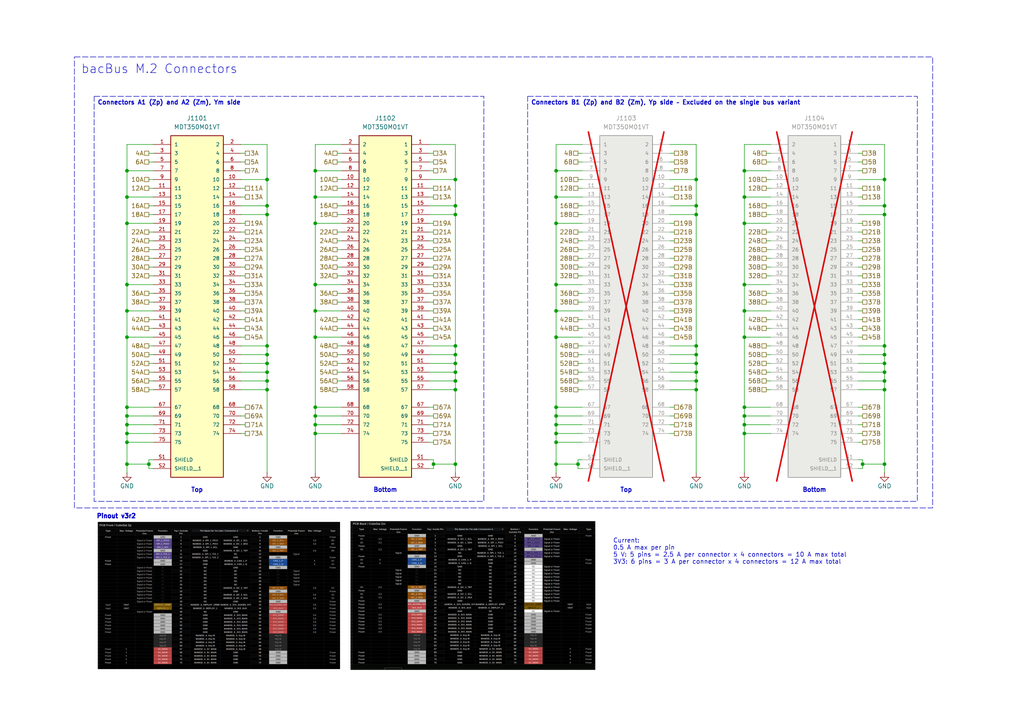
<source format=kicad_sch>
(kicad_sch (version 20231120) (generator "eeschema") (generator_version "8.0")
  (paper "A4")
  (title_block (title "bac SBC Raspberry Pi CM5 Carrier Board v1") (date "2025-03-23") (rev "1") (company "Build a CubeSat") (comment 1 "Original: P. Colangeli, respin: M. Imboden") (comment 2 "CERN-OHL-S-2.0") (comment 3 "https://buildacubesat.space") (comment 4 "Respun from \"CM5 MINIMA REV2\" by Pierluigi Colangeli") (comment 5 "https://github.com/piecol/CM5_MINIMA_REV2") (comment 6 "Thanks, Pier!"))
  (lib_symbols
    (symbol "bac EPS v1:AMP MDT350M01001VT" (pin_names (offset 1.016))
      (property "Reference" "J" (at -7.62 49.53 0))
      (property "Value" "AMP MDT350M01001VT" (at -11.176 -53.594 0))
      (symbol "AMP MDT350M01001VT_0_0"
        (rectangle (start -7.62 48.26) (end 7.62 -50.8) (stroke (width 0.254)) (fill (type background)))
        (pin passive line (at -12.7 45.72 0) (length 5.08) (name "1") (number "1"))
        (pin passive line (at 12.7 35.56 180) (length 5.08) (name "10") (number "10"))
        (pin passive line (at -12.7 33.02 0) (length 5.08) (name "11") (number "11"))
        (pin passive line (at 12.7 33.02 180) (length 5.08) (name "12") (number "12"))
        (pin passive line (at -12.7 30.48 0) (length 5.08) (name "13") (number "13"))
        (pin passive line (at 12.7 30.48 180) (length 5.08) (name "14") (number "14"))
        (pin passive line (at -12.7 27.94 0) (length 5.08) (name "15") (number "15"))
        (pin passive line (at 12.7 27.94 180) (length 5.08) (name "16") (number "16"))
        (pin passive line (at -12.7 25.4 0) (length 5.08) (name "17") (number "17"))
        (pin passive line (at 12.7 25.4 180) (length 5.08) (name "18") (number "18"))
        (pin passive line (at -12.7 22.86 0) (length 5.08) (name "19") (number "19"))
        (pin passive line (at 12.7 45.72 180) (length 5.08) (name "2") (number "2"))
        (pin passive line (at 12.7 22.86 180) (length 5.08) (name "20") (number "20"))
        (pin passive line (at -12.7 20.32 0) (length 5.08) (name "21") (number "21"))
        (pin passive line (at 12.7 20.32 180) (length 5.08) (name "22") (number "22"))
        (pin passive line (at -12.7 17.78 0) (length 5.08) (name "23") (number "23"))
        (pin passive line (at 12.7 17.78 180) (length 5.08) (name "24") (number "24"))
        (pin passive line (at -12.7 15.24 0) (length 5.08) (name "25") (number "25"))
        (pin passive line (at 12.7 15.24 180) (length 5.08) (name "26") (number "26"))
        (pin passive line (at -12.7 12.7 0) (length 5.08) (name "27") (number "27"))
        (pin passive line (at 12.7 12.7 180) (length 5.08) (name "28") (number "28"))
        (pin passive line (at -12.7 10.16 0) (length 5.08) (name "29") (number "29"))
        (pin passive line (at -12.7 43.18 0) (length 5.08) (name "3") (number "3"))
        (pin passive line (at 12.7 10.16 180) (length 5.08) (name "30") (number "30"))
        (pin passive line (at -12.7 7.62 0) (length 5.08) (name "31") (number "31"))
        (pin passive line (at 12.7 7.62 180) (length 5.08) (name "32") (number "32"))
        (pin passive line (at -12.7 5.08 0) (length 5.08) (name "33") (number "33"))
        (pin passive line (at 12.7 5.08 180) (length 5.08) (name "34") (number "34"))
        (pin passive line (at -12.7 2.54 0) (length 5.08) (name "35") (number "35"))
        (pin passive line (at 12.7 2.54 180) (length 5.08) (name "36") (number "36"))
        (pin passive line (at -12.7 0 0) (length 5.08) (name "37") (number "37"))
        (pin passive line (at 12.7 0 180) (length 5.08) (name "38") (number "38"))
        (pin passive line (at -12.7 -2.54 0) (length 5.08) (name "39") (number "39"))
        (pin passive line (at 12.7 43.18 180) (length 5.08) (name "4") (number "4"))
        (pin passive line (at 12.7 -2.54 180) (length 5.08) (name "40") (number "40"))
        (pin passive line (at -12.7 -5.08 0) (length 5.08) (name "41") (number "41"))
        (pin passive line (at 12.7 -5.08 180) (length 5.08) (name "42") (number "42"))
        (pin passive line (at -12.7 -7.62 0) (length 5.08) (name "43") (number "43"))
        (pin passive line (at 12.7 -7.62 180) (length 5.08) (name "44") (number "44"))
        (pin passive line (at -12.7 -10.16 0) (length 5.08) (name "45") (number "45"))
        (pin passive line (at 12.7 -10.16 180) (length 5.08) (name "46") (number "46"))
        (pin passive line (at -12.7 -12.7 0) (length 5.08) (name "47") (number "47"))
        (pin passive line (at 12.7 -12.7 180) (length 5.08) (name "48") (number "48"))
        (pin passive line (at -12.7 -15.24 0) (length 5.08) (name "49") (number "49"))
        (pin passive line (at -12.7 40.64 0) (length 5.08) (name "5") (number "5"))
        (pin passive line (at 12.7 -15.24 180) (length 5.08) (name "50") (number "50"))
        (pin passive line (at -12.7 -17.78 0) (length 5.08) (name "51") (number "51"))
        (pin passive line (at 12.7 -17.78 180) (length 5.08) (name "52") (number "52"))
        (pin passive line (at -12.7 -20.32 0) (length 5.08) (name "53") (number "53"))
        (pin passive line (at 12.7 -20.32 180) (length 5.08) (name "54") (number "54"))
        (pin passive line (at -12.7 -22.86 0) (length 5.08) (name "55") (number "55"))
        (pin passive line (at 12.7 -22.86 180) (length 5.08) (name "56") (number "56"))
        (pin passive line (at -12.7 -25.4 0) (length 5.08) (name "57") (number "57"))
        (pin passive line (at 12.7 -25.4 180) (length 5.08) (name "58") (number "58"))
        (pin passive line (at 12.7 40.64 180) (length 5.08) (name "6") (number "6"))
        (pin passive line (at -12.7 -30.48 0) (length 5.08) (name "67") (number "67"))
        (pin passive line (at 12.7 -30.48 180) (length 5.08) (name "68") (number "68"))
        (pin passive line (at -12.7 -33.02 0) (length 5.08) (name "69") (number "69"))
        (pin passive line (at -12.7 38.1 0) (length 5.08) (name "7") (number "7"))
        (pin passive line (at 12.7 -33.02 180) (length 5.08) (name "70") (number "70"))
        (pin passive line (at -12.7 -35.56 0) (length 5.08) (name "71") (number "71"))
        (pin passive line (at 12.7 -35.56 180) (length 5.08) (name "72") (number "72"))
        (pin passive line (at -12.7 -38.1 0) (length 5.08) (name "73") (number "73"))
        (pin passive line (at 12.7 -38.1 180) (length 5.08) (name "74") (number "74"))
        (pin passive line (at -12.7 -40.64 0) (length 5.08) (name "75") (number "75"))
        (pin passive line (at 12.7 38.1 180) (length 5.08) (name "8") (number "8"))
        (pin passive line (at -12.7 35.56 0) (length 5.08) (name "9") (number "9"))
        (pin passive line (at -12.7 -45.72 0) (length 5.08) (name "SHIELD") (number "S1"))
        (pin passive line (at -12.7 -48.26 0) (length 5.08) (name "SHIELD__1") (number "S2"))
      )
    )
    (symbol "power:GND" (power) (pin_numbers hide) (pin_names (offset 0) hide)
      (property "Value" "GND" (at 0 -3.81 0))
      (symbol "GND_0_1"
        (polyline (pts (xy 0 0) (xy 0 -1.27) (xy 1.27 -1.27) (xy 0 -2.54) (xy -1.27 -1.27) (xy 0 -1.27)))
      )
      (symbol "GND_1_1"
        (pin power_in line (at 0 0 270) (length 0) (name "~") (number "1"))
      )
    )
  )
  (junction (at 132.08 110.49))
  (junction (at 215.9 123.19))
  (junction (at 215.9 49.53))
  (junction (at 201.93 102.87))
  (junction (at 36.83 97.79))
  (junction (at 250.19 134.62))
  (junction (at 132.08 59.69))
  (junction (at 77.47 113.03))
  (junction (at 77.47 107.95))
  (junction (at 201.93 107.95))
  (junction (at 77.47 102.87))
  (junction (at 215.9 120.65))
  (junction (at 256.54 59.69))
  (junction (at 132.08 107.95))
  (junction (at 77.47 59.69))
  (junction (at 36.83 118.11))
  (junction (at 36.83 125.73))
  (junction (at 91.44 82.55))
  (junction (at 91.44 120.65))
  (junction (at 256.54 105.41))
  (junction (at 256.54 107.95))
  (junction (at 161.29 49.53))
  (junction (at 201.93 113.03))
  (junction (at 36.83 123.19))
  (junction (at 91.44 97.79))
  (junction (at 161.29 97.79))
  (junction (at 91.44 90.17))
  (junction (at 91.44 125.73))
  (junction (at 201.93 100.33))
  (junction (at 36.83 90.17))
  (junction (at 36.83 82.55))
  (junction (at 215.9 118.11))
  (junction (at 256.54 113.03))
  (junction (at 161.29 118.11))
  (junction (at 256.54 62.23))
  (junction (at 215.9 90.17))
  (junction (at 91.44 49.53))
  (junction (at 132.08 134.62))
  (junction (at 256.54 110.49))
  (junction (at 256.54 52.07))
  (junction (at 256.54 100.33))
  (junction (at 161.29 64.77))
  (junction (at 215.9 125.73))
  (junction (at 91.44 118.11))
  (junction (at 132.08 113.03))
  (junction (at 161.29 57.15))
  (junction (at 132.08 62.23))
  (junction (at 77.47 110.49))
  (junction (at 125.73 134.62))
  (junction (at 201.93 110.49))
  (junction (at 77.47 62.23))
  (junction (at 201.93 59.69))
  (junction (at 91.44 57.15))
  (junction (at 201.93 62.23))
  (junction (at 36.83 134.62))
  (junction (at 36.83 64.77))
  (junction (at 43.18 134.62))
  (junction (at 215.9 82.55))
  (junction (at 132.08 102.87))
  (junction (at 215.9 64.77))
  (junction (at 77.47 100.33))
  (junction (at 36.83 120.65))
  (junction (at 77.47 105.41))
  (junction (at 132.08 52.07))
  (junction (at 36.83 128.27))
  (junction (at 201.93 105.41))
  (junction (at 132.08 105.41))
  (junction (at 161.29 90.17))
  (junction (at 256.54 134.62))
  (junction (at 201.93 52.07))
  (junction (at 91.44 123.19))
  (junction (at 161.29 123.19))
  (junction (at 36.83 57.15))
  (junction (at 77.47 52.07))
  (junction (at 161.29 82.55))
  (junction (at 161.29 125.73))
  (junction (at 161.29 120.65))
  (junction (at 215.9 97.79))
  (junction (at 161.29 134.62))
  (junction (at 167.64 134.62))
  (junction (at 132.08 100.33))
  (junction (at 256.54 102.87))
  (junction (at 91.44 64.77))
  (junction (at 215.9 57.15))
  (junction (at 36.83 49.53))
  (junction (at 161.29 128.27))
  (wire (pts (xy 91.44 57.15) (xy 91.44 49.53)))
  (wire (pts (xy 167.64 72.39) (xy 168.91 72.39)))
  (wire (pts (xy 167.64 59.69) (xy 168.91 59.69)))
  (wire (pts (xy 125.73 44.45) (xy 124.46 44.45)))
  (wire (pts (xy 250.19 80.01) (xy 248.92 80.01)))
  (wire (pts (xy 161.29 90.17) (xy 161.29 97.79)))
  (wire (pts (xy 250.19 49.53) (xy 248.92 49.53)))
  (wire (pts (xy 167.64 113.03) (xy 168.91 113.03)))
  (wire (pts (xy 43.18 87.63) (xy 44.45 87.63)))
  (wire (pts (xy 222.25 77.47) (xy 223.52 77.47)))
  (wire (pts (xy 222.25 69.85) (xy 223.52 69.85)))
  (wire (pts (xy 43.18 69.85) (xy 44.45 69.85)))
  (wire (pts (xy 256.54 52.07) (xy 256.54 59.69)))
  (wire (pts (xy 97.79 113.03) (xy 99.06 113.03)))
  (wire (pts (xy 132.08 41.91) (xy 132.08 52.07)))
  (wire (pts (xy 125.73 120.65) (xy 124.46 120.65)))
  (wire (pts (xy 132.08 113.03) (xy 124.46 113.03)))
  (wire (pts (xy 215.9 57.15) (xy 215.9 49.53)))
  (wire (pts (xy 125.73 82.55) (xy 124.46 82.55)))
  (wire (pts (xy 71.12 97.79) (xy 69.85 97.79)))
  (wire (pts (xy 132.08 102.87) (xy 132.08 105.41)))
  (wire (pts (xy 91.44 137.16) (xy 91.44 125.73)))
  (wire (pts (xy 167.64 46.99) (xy 168.91 46.99)))
  (wire (pts (xy 167.64 85.09) (xy 168.91 85.09)))
  (wire (pts (xy 223.52 41.91) (xy 215.9 41.91)))
  (wire (pts (xy 91.44 123.19) (xy 99.06 123.19)))
  (wire (pts (xy 43.18 100.33) (xy 44.45 100.33)))
  (wire (pts (xy 250.19 97.79) (xy 248.92 97.79)))
  (wire (pts (xy 195.58 44.45) (xy 194.31 44.45)))
  (wire (pts (xy 97.79 44.45) (xy 99.06 44.45)))
  (wire (pts (xy 125.73 80.01) (xy 124.46 80.01)))
  (wire (pts (xy 215.9 125.73) (xy 223.52 125.73)))
  (wire (pts (xy 97.79 46.99) (xy 99.06 46.99)))
  (wire (pts (xy 201.93 113.03) (xy 201.93 137.16)))
  (wire (pts (xy 215.9 41.91) (xy 215.9 49.53)))
  (wire (pts (xy 43.18 44.45) (xy 44.45 44.45)))
  (wire (pts (xy 256.54 62.23) (xy 248.92 62.23)))
  (wire (pts (xy 71.12 69.85) (xy 69.85 69.85)))
  (wire (pts (xy 167.64 62.23) (xy 168.91 62.23)))
  (wire (pts (xy 71.12 92.71) (xy 69.85 92.71)))
  (wire (pts (xy 71.12 80.01) (xy 69.85 80.01)))
  (wire (pts (xy 97.79 52.07) (xy 99.06 52.07)))
  (wire (pts (xy 132.08 134.62) (xy 132.08 137.16)))
  (wire (pts (xy 201.93 110.49) (xy 201.93 113.03)))
  (wire (pts (xy 43.18 80.01) (xy 44.45 80.01)))
  (wire (pts (xy 91.44 118.11) (xy 99.06 118.11)))
  (wire (pts (xy 132.08 52.07) (xy 132.08 59.69)))
  (wire (pts (xy 71.12 74.93) (xy 69.85 74.93)))
  (wire (pts (xy 71.12 118.11) (xy 69.85 118.11)))
  (wire (pts (xy 91.44 118.11) (xy 91.44 97.79)))
  (wire (pts (xy 43.18 77.47) (xy 44.45 77.47)))
  (wire (pts (xy 167.64 133.35) (xy 167.64 134.62)))
  (wire (pts (xy 132.08 62.23) (xy 132.08 100.33)))
  (wire (pts (xy 91.44 97.79) (xy 99.06 97.79)))
  (wire (pts (xy 256.54 113.03) (xy 248.92 113.03)))
  (wire (pts (xy 215.9 125.73) (xy 215.9 123.19)))
  (wire (pts (xy 125.73 67.31) (xy 124.46 67.31)))
  (wire (pts (xy 36.83 57.15) (xy 36.83 49.53)))
  (wire (pts (xy 215.9 82.55) (xy 215.9 90.17)))
  (wire (pts (xy 201.93 105.41) (xy 201.93 107.95)))
  (wire (pts (xy 77.47 105.41) (xy 77.47 107.95)))
  (wire (pts (xy 168.91 41.91) (xy 161.29 41.91)))
  (wire (pts (xy 36.83 64.77) (xy 36.83 82.55)))
  (wire (pts (xy 125.73 72.39) (xy 124.46 72.39)))
  (wire (pts (xy 36.83 125.73) (xy 44.45 125.73)))
  (wire (pts (xy 201.93 62.23) (xy 201.93 100.33)))
  (wire (pts (xy 71.12 120.65) (xy 69.85 120.65)))
  (wire (pts (xy 201.93 62.23) (xy 194.31 62.23)))
  (wire (pts (xy 161.29 49.53) (xy 161.29 41.91)))
  (wire (pts (xy 256.54 100.33) (xy 256.54 102.87)))
  (wire (pts (xy 132.08 110.49) (xy 132.08 113.03)))
  (wire (pts (xy 77.47 41.91) (xy 77.47 52.07)))
  (wire (pts (xy 97.79 85.09) (xy 99.06 85.09)))
  (wire (pts (xy 201.93 107.95) (xy 201.93 110.49)))
  (wire (pts (xy 43.18 62.23) (xy 44.45 62.23)))
  (wire (pts (xy 167.64 107.95) (xy 168.91 107.95)))
  (wire (pts (xy 132.08 41.91) (xy 124.46 41.91)))
  (wire (pts (xy 77.47 110.49) (xy 77.47 113.03)))
  (wire (pts (xy 250.19 67.31) (xy 248.92 67.31)))
  (wire (pts (xy 71.12 125.73) (xy 69.85 125.73)))
  (wire (pts (xy 71.12 85.09) (xy 69.85 85.09)))
  (wire (pts (xy 195.58 69.85) (xy 194.31 69.85)))
  (wire (pts (xy 36.83 82.55) (xy 36.83 90.17)))
  (wire (pts (xy 97.79 69.85) (xy 99.06 69.85)))
  (wire (pts (xy 97.79 105.41) (xy 99.06 105.41)))
  (wire (pts (xy 195.58 49.53) (xy 194.31 49.53)))
  (wire (pts (xy 125.73 133.35) (xy 125.73 134.62)))
  (wire (pts (xy 167.64 102.87) (xy 168.91 102.87)))
  (wire (pts (xy 195.58 46.99) (xy 194.31 46.99)))
  (wire (pts (xy 43.18 59.69) (xy 44.45 59.69)))
  (wire (pts (xy 91.44 90.17) (xy 99.06 90.17)))
  (wire (pts (xy 97.79 77.47) (xy 99.06 77.47)))
  (wire (pts (xy 71.12 82.55) (xy 69.85 82.55)))
  (wire (pts (xy 125.73 128.27) (xy 124.46 128.27)))
  (wire (pts (xy 97.79 95.25) (xy 99.06 95.25)))
  (wire (pts (xy 222.25 105.41) (xy 223.52 105.41)))
  (wire (pts (xy 201.93 102.87) (xy 201.93 105.41)))
  (wire (pts (xy 77.47 102.87) (xy 69.85 102.87)))
  (wire (pts (xy 77.47 100.33) (xy 69.85 100.33)))
  (wire (pts (xy 256.54 107.95) (xy 248.92 107.95)))
  (wire (pts (xy 167.64 69.85) (xy 168.91 69.85)))
  (wire (pts (xy 256.54 134.62) (xy 256.54 137.16)))
  (wire (pts (xy 36.83 90.17) (xy 36.83 97.79)))
  (wire (pts (xy 132.08 107.95) (xy 124.46 107.95)))
  (wire (pts (xy 167.64 92.71) (xy 168.91 92.71)))
  (wire (pts (xy 125.73 123.19) (xy 124.46 123.19)))
  (wire (pts (xy 195.58 92.71) (xy 194.31 92.71)))
  (wire (pts (xy 43.18 46.99) (xy 44.45 46.99)))
  (wire (pts (xy 250.19 133.35) (xy 250.19 134.62)))
  (wire (pts (xy 161.29 128.27) (xy 168.91 128.27)))
  (wire (pts (xy 77.47 113.03) (xy 77.47 137.16)))
  (wire (pts (xy 36.83 97.79) (xy 36.83 118.11)))
  (wire (pts (xy 125.73 77.47) (xy 124.46 77.47)))
  (wire (pts (xy 43.18 113.03) (xy 44.45 113.03)))
  (wire (pts (xy 36.83 118.11) (xy 36.83 120.65)))
  (wire (pts (xy 97.79 100.33) (xy 99.06 100.33)))
  (wire (pts (xy 256.54 62.23) (xy 256.54 100.33)))
  (wire (pts (xy 161.29 97.79) (xy 168.91 97.79)))
  (wire (pts (xy 215.9 49.53) (xy 223.52 49.53)))
  (wire (pts (xy 195.58 74.93) (xy 194.31 74.93)))
  (wire (pts (xy 250.19 134.62) (xy 250.19 135.89)))
  (wire (pts (xy 256.54 110.49) (xy 248.92 110.49)))
  (wire (pts (xy 201.93 41.91) (xy 194.31 41.91)))
  (wire (pts (xy 256.54 41.91) (xy 256.54 52.07)))
  (wire (pts (xy 222.25 52.07) (xy 223.52 52.07)))
  (wire (pts (xy 97.79 110.49) (xy 99.06 110.49)))
  (wire (pts (xy 77.47 107.95) (xy 69.85 107.95)))
  (wire (pts (xy 222.25 87.63) (xy 223.52 87.63)))
  (wire (pts (xy 36.83 137.16) (xy 36.83 134.62)))
  (wire (pts (xy 167.64 105.41) (xy 168.91 105.41)))
  (wire (pts (xy 215.9 97.79) (xy 223.52 97.79)))
  (wire (pts (xy 132.08 110.49) (xy 124.46 110.49)))
  (wire (pts (xy 43.18 72.39) (xy 44.45 72.39)))
  (wire (pts (xy 161.29 57.15) (xy 168.91 57.15)))
  (wire (pts (xy 161.29 118.11) (xy 161.29 97.79)))
  (wire (pts (xy 97.79 87.63) (xy 99.06 87.63)))
  (wire (pts (xy 222.25 107.95) (xy 223.52 107.95)))
  (wire (pts (xy 222.25 92.71) (xy 223.52 92.71)))
  (wire (pts (xy 125.73 74.93) (xy 124.46 74.93)))
  (wire (pts (xy 91.44 57.15) (xy 99.06 57.15)))
  (wire (pts (xy 43.18 92.71) (xy 44.45 92.71)))
  (wire (pts (xy 256.54 107.95) (xy 256.54 110.49)))
  (wire (pts (xy 250.19 133.35) (xy 248.92 133.35)))
  (wire (pts (xy 215.9 123.19) (xy 215.9 120.65)))
  (wire (pts (xy 222.25 100.33) (xy 223.52 100.33)))
  (wire (pts (xy 250.19 64.77) (xy 248.92 64.77)))
  (wire (pts (xy 195.58 97.79) (xy 194.31 97.79)))
  (wire (pts (xy 250.19 90.17) (xy 248.92 90.17)))
  (wire (pts (xy 167.64 100.33) (xy 168.91 100.33)))
  (wire (pts (xy 97.79 80.01) (xy 99.06 80.01)))
  (wire (pts (xy 125.73 85.09) (xy 124.46 85.09)))
  (wire (pts (xy 71.12 87.63) (xy 69.85 87.63)))
  (wire (pts (xy 195.58 123.19) (xy 194.31 123.19)))
  (wire (pts (xy 71.12 57.15) (xy 69.85 57.15)))
  (wire (pts (xy 161.29 82.55) (xy 161.29 64.77)))
  (wire (pts (xy 167.64 74.93) (xy 168.91 74.93)))
  (wire (pts (xy 201.93 41.91) (xy 201.93 52.07)))
  (wire (pts (xy 71.12 95.25) (xy 69.85 95.25)))
  (wire (pts (xy 250.19 135.89) (xy 248.92 135.89)))
  (wire (pts (xy 77.47 102.87) (xy 77.47 105.41)))
  (wire (pts (xy 215.9 64.77) (xy 215.9 82.55)))
  (wire (pts (xy 161.29 123.19) (xy 161.29 120.65)))
  (wire (pts (xy 36.83 128.27) (xy 36.83 125.73)))
  (wire (pts (xy 91.44 82.55) (xy 91.44 64.77)))
  (wire (pts (xy 256.54 59.69) (xy 256.54 62.23)))
  (wire (pts (xy 195.58 67.31) (xy 194.31 67.31)))
  (wire (pts (xy 43.18 135.89) (xy 44.45 135.89)))
  (wire (pts (xy 161.29 134.62) (xy 161.29 128.27)))
  (wire (pts (xy 97.79 72.39) (xy 99.06 72.39)))
  (wire (pts (xy 161.29 134.62) (xy 167.64 134.62)))
  (wire (pts (xy 77.47 52.07) (xy 77.47 59.69)))
  (wire (pts (xy 195.58 120.65) (xy 194.31 120.65)))
  (wire (pts (xy 167.64 77.47) (xy 168.91 77.47)))
  (wire (pts (xy 71.12 54.61) (xy 69.85 54.61)))
  (wire (pts (xy 77.47 113.03) (xy 69.85 113.03)))
  (wire (pts (xy 124.46 118.11) (xy 125.73 118.11)))
  (wire (pts (xy 36.83 128.27) (xy 44.45 128.27)))
  (wire (pts (xy 77.47 107.95) (xy 77.47 110.49)))
  (wire (pts (xy 195.58 57.15) (xy 194.31 57.15)))
  (wire (pts (xy 195.58 90.17) (xy 194.31 90.17)))
  (wire (pts (xy 43.18 54.61) (xy 44.45 54.61)))
  (wire (pts (xy 161.29 120.65) (xy 168.91 120.65)))
  (wire (pts (xy 195.58 54.61) (xy 194.31 54.61)))
  (wire (pts (xy 195.58 95.25) (xy 194.31 95.25)))
  (wire (pts (xy 161.29 118.11) (xy 168.91 118.11)))
  (wire (pts (xy 43.18 105.41) (xy 44.45 105.41)))
  (wire (pts (xy 256.54 105.41) (xy 248.92 105.41)))
  (wire (pts (xy 161.29 128.27) (xy 161.29 125.73)))
  (wire (pts (xy 215.9 120.65) (xy 223.52 120.65)))
  (wire (pts (xy 161.29 64.77) (xy 168.91 64.77)))
  (wire (pts (xy 125.73 95.25) (xy 124.46 95.25)))
  (wire (pts (xy 77.47 59.69) (xy 77.47 62.23)))
  (wire (pts (xy 167.64 52.07) (xy 168.91 52.07)))
  (wire (pts (xy 161.29 125.73) (xy 161.29 123.19)))
  (wire (pts (xy 91.44 49.53) (xy 99.06 49.53)))
  (wire (pts (xy 222.25 72.39) (xy 223.52 72.39)))
  (wire (pts (xy 132.08 100.33) (xy 132.08 102.87)))
  (wire (pts (xy 71.12 44.45) (xy 69.85 44.45)))
  (wire (pts (xy 250.19 44.45) (xy 248.92 44.45)))
  (wire (pts (xy 250.19 57.15) (xy 248.92 57.15)))
  (wire (pts (xy 167.64 87.63) (xy 168.91 87.63)))
  (wire (pts (xy 43.18 74.93) (xy 44.45 74.93)))
  (wire (pts (xy 161.29 90.17) (xy 168.91 90.17)))
  (wire (pts (xy 132.08 107.95) (xy 132.08 110.49)))
  (wire (pts (xy 195.58 125.73) (xy 194.31 125.73)))
  (wire (pts (xy 125.73 57.15) (xy 124.46 57.15)))
  (wire (pts (xy 167.64 135.89) (xy 168.91 135.89)))
  (wire (pts (xy 97.79 62.23) (xy 99.06 62.23)))
  (wire (pts (xy 161.29 118.11) (xy 161.29 120.65)))
  (wire (pts (xy 43.18 133.35) (xy 43.18 134.62)))
  (wire (pts (xy 36.83 90.17) (xy 44.45 90.17)))
  (wire (pts (xy 167.64 133.35) (xy 168.91 133.35)))
  (wire (pts (xy 250.19 123.19) (xy 248.92 123.19)))
  (wire (pts (xy 71.12 49.53) (xy 69.85 49.53)))
  (wire (pts (xy 222.25 74.93) (xy 223.52 74.93)))
  (wire (pts (xy 43.18 85.09) (xy 44.45 85.09)))
  (wire (pts (xy 195.58 72.39) (xy 194.31 72.39)))
  (wire (pts (xy 97.79 59.69) (xy 99.06 59.69)))
  (wire (pts (xy 125.73 134.62) (xy 125.73 135.89)))
  (wire (pts (xy 201.93 59.69) (xy 201.93 62.23)))
  (wire (pts (xy 194.31 52.07) (xy 201.93 52.07)))
  (wire (pts (xy 161.29 82.55) (xy 161.29 90.17)))
  (wire (pts (xy 215.9 97.79) (xy 215.9 118.11)))
  (wire (pts (xy 215.9 90.17) (xy 215.9 97.79)))
  (wire (pts (xy 43.18 133.35) (xy 44.45 133.35)))
  (wire (pts (xy 69.85 52.07) (xy 77.47 52.07)))
  (wire (pts (xy 132.08 102.87) (xy 124.46 102.87)))
  (wire (pts (xy 215.9 137.16) (xy 215.9 125.73)))
  (wire (pts (xy 201.93 100.33) (xy 194.31 100.33)))
  (wire (pts (xy 201.93 59.69) (xy 194.31 59.69)))
  (wire (pts (xy 125.73 87.63) (xy 124.46 87.63)))
  (wire (pts (xy 215.9 118.11) (xy 215.9 120.65)))
  (wire (pts (xy 195.58 64.77) (xy 194.31 64.77)))
  (wire (pts (xy 195.58 85.09) (xy 194.31 85.09)))
  (wire (pts (xy 201.93 113.03) (xy 194.31 113.03)))
  (wire (pts (xy 256.54 113.03) (xy 256.54 134.62)))
  (wire (pts (xy 91.44 64.77) (xy 91.44 57.15)))
  (wire (pts (xy 248.92 52.07) (xy 256.54 52.07)))
  (wire (pts (xy 222.25 46.99) (xy 223.52 46.99)))
  (wire (pts (xy 132.08 105.41) (xy 124.46 105.41)))
  (wire (pts (xy 36.83 134.62) (xy 43.18 134.62)))
  (wire (pts (xy 256.54 100.33) (xy 248.92 100.33)))
  (wire (pts (xy 222.25 102.87) (xy 223.52 102.87)))
  (wire (pts (xy 97.79 54.61) (xy 99.06 54.61)))
  (wire (pts (xy 36.83 57.15) (xy 36.83 64.77)))
  (wire (pts (xy 97.79 67.31) (xy 99.06 67.31)))
  (wire (pts (xy 125.73 64.77) (xy 124.46 64.77)))
  (wire (pts (xy 91.44 82.55) (xy 99.06 82.55)))
  (wire (pts (xy 250.19 69.85) (xy 248.92 69.85)))
  (wire (pts (xy 77.47 110.49) (xy 69.85 110.49)))
  (wire (pts (xy 167.64 44.45) (xy 168.91 44.45)))
  (wire (pts (xy 71.12 72.39) (xy 69.85 72.39)))
  (wire (pts (xy 195.58 87.63) (xy 194.31 87.63)))
  (wire (pts (xy 91.44 90.17) (xy 91.44 82.55)))
  (wire (pts (xy 250.19 46.99) (xy 248.92 46.99)))
  (wire (pts (xy 125.73 54.61) (xy 124.46 54.61)))
  (wire (pts (xy 43.18 107.95) (xy 44.45 107.95)))
  (wire (pts (xy 132.08 59.69) (xy 124.46 59.69)))
  (wire (pts (xy 167.64 134.62) (xy 167.64 135.89)))
  (wire (pts (xy 250.19 128.27) (xy 248.92 128.27)))
  (wire (pts (xy 71.12 77.47) (xy 69.85 77.47)))
  (wire (pts (xy 250.19 72.39) (xy 248.92 72.39)))
  (wire (pts (xy 215.9 118.11) (xy 223.52 118.11)))
  (wire (pts (xy 250.19 125.73) (xy 248.92 125.73)))
  (wire (pts (xy 43.18 110.49) (xy 44.45 110.49)))
  (wire (pts (xy 71.12 90.17) (xy 69.85 90.17)))
  (wire (pts (xy 125.73 49.53) (xy 124.46 49.53)))
  (wire (pts (xy 201.93 105.41) (xy 194.31 105.41)))
  (wire (pts (xy 125.73 125.73) (xy 124.46 125.73)))
  (wire (pts (xy 77.47 41.91) (xy 69.85 41.91)))
  (wire (pts (xy 132.08 113.03) (xy 132.08 134.62)))
  (wire (pts (xy 250.19 82.55) (xy 248.92 82.55)))
  (wire (pts (xy 91.44 123.19) (xy 91.44 120.65)))
  (wire (pts (xy 132.08 62.23) (xy 124.46 62.23)))
  (wire (pts (xy 250.19 74.93) (xy 248.92 74.93)))
  (wire (pts (xy 222.25 85.09) (xy 223.52 85.09)))
  (wire (pts (xy 222.25 80.01) (xy 223.52 80.01)))
  (wire (pts (xy 167.64 54.61) (xy 168.91 54.61)))
  (wire (pts (xy 256.54 105.41) (xy 256.54 107.95)))
  (wire (pts (xy 161.29 57.15) (xy 161.29 64.77)))
  (wire (pts (xy 167.64 80.01) (xy 168.91 80.01)))
  (wire (pts (xy 44.45 41.91) (xy 36.83 41.91)))
  (wire (pts (xy 36.83 120.65) (xy 44.45 120.65)))
  (wire (pts (xy 43.18 67.31) (xy 44.45 67.31)))
  (wire (pts (xy 161.29 82.55) (xy 168.91 82.55)))
  (wire (pts (xy 125.73 97.79) (xy 124.46 97.79)))
  (wire (pts (xy 222.25 62.23) (xy 223.52 62.23)))
  (wire (pts (xy 36.83 49.53) (xy 44.45 49.53)))
  (wire (pts (xy 97.79 74.93) (xy 99.06 74.93)))
  (wire (pts (xy 91.44 125.73) (xy 99.06 125.73)))
  (wire (pts (xy 36.83 120.65) (xy 36.83 123.19)))
  (wire (pts (xy 125.73 133.35) (xy 124.46 133.35)))
  (wire (pts (xy 132.08 100.33) (xy 124.46 100.33)))
  (wire (pts (xy 132.08 105.41) (xy 132.08 107.95)))
  (wire (pts (xy 36.83 64.77) (xy 44.45 64.77)))
  (wire (pts (xy 161.29 137.16) (xy 161.29 134.62)))
  (wire (pts (xy 36.83 57.15) (xy 44.45 57.15)))
  (wire (pts (xy 77.47 59.69) (xy 69.85 59.69)))
  (wire (pts (xy 201.93 102.87) (xy 194.31 102.87)))
  (wire (pts (xy 201.93 110.49) (xy 194.31 110.49)))
  (wire (pts (xy 222.25 95.25) (xy 223.52 95.25)))
  (wire (pts (xy 215.9 57.15) (xy 215.9 64.77)))
  (wire (pts (xy 77.47 62.23) (xy 69.85 62.23)))
  (wire (pts (xy 97.79 102.87) (xy 99.06 102.87)))
  (wire (pts (xy 124.46 52.07) (xy 132.08 52.07)))
  (wire (pts (xy 36.83 41.91) (xy 36.83 49.53)))
  (wire (pts (xy 167.64 110.49) (xy 168.91 110.49)))
  (wire (pts (xy 250.19 92.71) (xy 248.92 92.71)))
  (wire (pts (xy 222.25 44.45) (xy 223.52 44.45)))
  (wire (pts (xy 215.9 57.15) (xy 223.52 57.15)))
  (wire (pts (xy 195.58 80.01) (xy 194.31 80.01)))
  (wire (pts (xy 91.44 123.19) (xy 91.44 125.73)))
  (wire (pts (xy 91.44 41.91) (xy 91.44 49.53)))
  (wire (pts (xy 97.79 107.95) (xy 99.06 107.95)))
  (wire (pts (xy 36.83 125.73) (xy 36.83 123.19)))
  (wire (pts (xy 167.64 95.25) (xy 168.91 95.25)))
  (wire (pts (xy 125.73 135.89) (xy 124.46 135.89)))
  (wire (pts (xy 161.29 49.53) (xy 161.29 57.15)))
  (wire (pts (xy 201.93 52.07) (xy 201.93 59.69)))
  (wire (pts (xy 91.44 120.65) (xy 99.06 120.65)))
  (wire (pts (xy 250.19 95.25) (xy 248.92 95.25)))
  (wire (pts (xy 36.83 82.55) (xy 44.45 82.55)))
  (wire (pts (xy 91.44 64.77) (xy 99.06 64.77)))
  (wire (pts (xy 250.19 118.11) (xy 248.92 118.11)))
  (wire (pts (xy 250.19 77.47) (xy 248.92 77.47)))
  (wire (pts (xy 99.06 41.91) (xy 91.44 41.91)))
  (wire (pts (xy 125.73 46.99) (xy 124.46 46.99)))
  (wire (pts (xy 215.9 64.77) (xy 223.52 64.77)))
  (wire (pts (xy 161.29 125.73) (xy 168.91 125.73)))
  (wire (pts (xy 195.58 77.47) (xy 194.31 77.47)))
  (wire (pts (xy 43.18 102.87) (xy 44.45 102.87)))
  (wire (pts (xy 195.58 82.55) (xy 194.31 82.55)))
  (wire (pts (xy 36.83 118.11) (xy 44.45 118.11)))
  (wire (pts (xy 71.12 46.99) (xy 69.85 46.99)))
  (wire (pts (xy 222.25 59.69) (xy 223.52 59.69)))
  (wire (pts (xy 91.44 118.11) (xy 91.44 120.65)))
  (wire (pts (xy 161.29 123.19) (xy 168.91 123.19)))
  (wire (pts (xy 71.12 123.19) (xy 69.85 123.19)))
  (wire (pts (xy 43.18 134.62) (xy 43.18 135.89)))
  (wire (pts (xy 132.08 134.62) (xy 125.73 134.62)))
  (wire (pts (xy 77.47 105.41) (xy 69.85 105.41)))
  (wire (pts (xy 77.47 100.33) (xy 77.47 102.87)))
  (wire (pts (xy 125.73 90.17) (xy 124.46 90.17)))
  (wire (pts (xy 256.54 41.91) (xy 248.92 41.91)))
  (wire (pts (xy 201.93 100.33) (xy 201.93 102.87)))
  (wire (pts (xy 222.25 67.31) (xy 223.52 67.31)))
  (wire (pts (xy 195.58 118.11) (xy 194.31 118.11)))
  (wire (pts (xy 91.44 90.17) (xy 91.44 97.79)))
  (wire (pts (xy 215.9 123.19) (xy 223.52 123.19)))
  (wire (pts (xy 167.64 67.31) (xy 168.91 67.31)))
  (wire (pts (xy 256.54 110.49) (xy 256.54 113.03)))
  (wire (pts (xy 71.12 67.31) (xy 69.85 67.31)))
  (wire (pts (xy 125.73 69.85) (xy 124.46 69.85)))
  (wire (pts (xy 36.83 123.19) (xy 44.45 123.19)))
  (wire (pts (xy 215.9 82.55) (xy 223.52 82.55)))
  (wire (pts (xy 71.12 64.77) (xy 69.85 64.77)))
  (wire (pts (xy 250.19 87.63) (xy 248.92 87.63)))
  (wire (pts (xy 250.19 120.65) (xy 248.92 120.65)))
  (wire (pts (xy 201.93 107.95) (xy 194.31 107.95)))
  (wire (pts (xy 256.54 102.87) (xy 256.54 105.41)))
  (wire (pts (xy 222.25 110.49) (xy 223.52 110.49)))
  (wire (pts (xy 222.25 113.03) (xy 223.52 113.03)))
  (wire (pts (xy 125.73 92.71) (xy 124.46 92.71)))
  (wire (pts (xy 36.83 134.62) (xy 36.83 128.27)))
  (wire (pts (xy 132.08 59.69) (xy 132.08 62.23)))
  (wire (pts (xy 215.9 90.17) (xy 223.52 90.17)))
  (wire (pts (xy 256.54 59.69) (xy 248.92 59.69)))
  (wire (pts (xy 250.19 85.09) (xy 248.92 85.09)))
  (wire (pts (xy 77.47 62.23) (xy 77.47 100.33)))
  (wire (pts (xy 97.79 92.71) (xy 99.06 92.71)))
  (wire (pts (xy 250.19 54.61) (xy 248.92 54.61)))
  (wire (pts (xy 222.25 54.61) (xy 223.52 54.61)))
  (wire (pts (xy 256.54 134.62) (xy 250.19 134.62)))
  (wire (pts (xy 36.83 97.79) (xy 44.45 97.79)))
  (wire (pts (xy 43.18 52.07) (xy 44.45 52.07)))
  (wire (pts (xy 43.18 95.25) (xy 44.45 95.25)))
  (wire (pts (xy 161.29 49.53) (xy 168.91 49.53)))
  (wire (pts (xy 256.54 102.87) (xy 248.92 102.87)))
  (image (at 63.5 172.72) (scale 0.611963))
  (image (at 137.16 172.72) (scale 0.61836))
  (text_box "Connectors A1 (Zp) and A2 (Zm), Ym side" (at 27.305 27.94 0) (size 113.03 117.475) (stroke (width 0) (type dash)) (effects (font (size 1.27 1.27) (thickness 0.254) (bold yes)) (justify left top)))
  (text_box "Connectors B1 (Zp) and B2 (Zm), Yp side – Excluded on the single bus variant" (at 153.035 27.94 0) (size 113.03 117.475) (stroke (width 0) (type dash)) (effects (font (size 1.27 1.27) (thickness 0.254) (bold yes)) (justify left top)))
  (text_box "bacBus M.2 Connectors" (at 21.59 16.51 0) (size 248.92 130.81) (stroke (width 0) (type dash)) (effects (font (size 2.54 2.54)) (justify left top)))
  (text "Top" (at 181.61 142.24 0) (effects (font (size 1.27 1.27) (bold yes))))
  (text "Bottom" (at 236.22 142.24 0) (effects (font (size 1.27 1.27) (bold yes))))
  (text "Current:\n0.5 A max per pin\n5 V: 5 pins = 2.5 A per connector x 4 connectors = 10 A max total\n3V3: 6 pins = 3 A per connector x 4 connectors = 12 A max total" (at 177.8 160.02 0) (effects (font (size 1.27 1.27)) (justify left)))
  (text "Top" (at 57.15 142.24 0) (effects (font (size 1.27 1.27) (bold yes))))
  (text "Bottom" (at 111.76 142.24 0) (effects (font (size 1.27 1.27) (bold yes))))
  (text "Pinout v3r2" (at 27.94 149.86 0) (effects (font (size 1.27 1.27) (thickness 0.381) (bold yes)) (justify left)))
  (hierarchical_label "23A" (shape passive) (at 71.12 69.85 0))
  (hierarchical_label "18B" (shape passive) (at 222.25 62.23 180))
  (hierarchical_label "35A" (shape passive) (at 125.73 85.09 0))
  (hierarchical_label "71A" (shape passive) (at 125.73 123.19 0))
  (hierarchical_label "4A" (shape passive) (at 43.18 44.45 180))
  (hierarchical_label "42A" (shape passive) (at 97.79 92.71 180))
  (hierarchical_label "44A" (shape passive) (at 43.18 95.25 180))
  (hierarchical_label "52A" (shape passive) (at 43.18 105.41 180))
  (hierarchical_label "30B" (shape passive) (at 222.25 77.47 180))
  (hierarchical_label "5B" (shape passive) (at 195.58 46.99 0))
  (hierarchical_label "21A" (shape passive) (at 125.73 67.31 0))
  (hierarchical_label "13B" (shape passive) (at 195.58 57.15 0))
  (hierarchical_label "33A" (shape passive) (at 71.12 82.55 0))
  (hierarchical_label "42A" (shape passive) (at 43.18 92.71 180))
  (hierarchical_label "43A" (shape passive) (at 125.73 95.25 0))
  (hierarchical_label "6B" (shape passive) (at 167.64 46.99 180))
  (hierarchical_label "38B" (shape passive) (at 222.25 87.63 180))
  (hierarchical_label "10A" (shape passive) (at 97.79 52.07 180))
  (hierarchical_label "12B" (shape passive) (at 222.25 54.61 180))
  (hierarchical_label "30B" (shape passive) (at 167.64 77.47 180))
  (hierarchical_label "7A" (shape passive) (at 71.12 49.53 0))
  (hierarchical_label "71B" (shape passive) (at 250.19 123.19 0))
  (hierarchical_label "69A" (shape passive) (at 125.73 120.65 0))
  (hierarchical_label "71B" (shape passive) (at 195.58 123.19 0))
  (hierarchical_label "42B" (shape passive) (at 167.64 92.71 180))
  (hierarchical_label "67B" (shape passive) (at 250.19 118.11 0))
  (hierarchical_label "36B" (shape passive) (at 167.64 85.09 180))
  (hierarchical_label "44B" (shape passive) (at 167.64 95.25 180))
  (hierarchical_label "39B" (shape passive) (at 195.58 90.17 0))
  (hierarchical_label "32A" (shape passive) (at 43.18 80.01 180))
  (hierarchical_label "11B" (shape passive) (at 195.58 54.61 0))
  (hierarchical_label "73A" (shape passive) (at 125.73 125.73 0))
  (hierarchical_label "39B" (shape passive) (at 250.19 90.17 0))
  (hierarchical_label "3B" (shape passive) (at 195.58 44.45 0))
  (hierarchical_label "3A" (shape passive) (at 71.12 44.45 0))
  (hierarchical_label "37A" (shape passive) (at 71.12 87.63 0))
  (hierarchical_label "44B" (shape passive) (at 222.25 95.25 180))
  (hierarchical_label "4B" (shape passive) (at 167.64 44.45 180))
  (hierarchical_label "12A" (shape passive) (at 97.79 54.61 180))
  (hierarchical_label "67A" (shape passive) (at 71.12 118.11 0))
  (hierarchical_label "32A" (shape passive) (at 97.79 80.01 180))
  (hierarchical_label "36B" (shape passive) (at 222.25 85.09 180))
  (hierarchical_label "43B" (shape passive) (at 195.58 95.25 0))
  (hierarchical_label "39A" (shape passive) (at 125.73 90.17 0))
  (hierarchical_label "18B" (shape passive) (at 167.64 62.23 180))
  (hierarchical_label "27B" (shape passive) (at 250.19 74.93 0))
  (hierarchical_label "37B" (shape passive) (at 250.19 87.63 0))
  (hierarchical_label "37B" (shape passive) (at 195.58 87.63 0))
  (hierarchical_label "6A" (shape passive) (at 43.18 46.99 180))
  (hierarchical_label "45A" (shape passive) (at 71.12 97.79 0))
  (hierarchical_label "58A" (shape passive) (at 97.79 113.03 180))
  (hierarchical_label "58B" (shape passive) (at 167.64 113.03 180))
  (hierarchical_label "26B" (shape passive) (at 222.25 72.39 180))
  (hierarchical_label "19A" (shape passive) (at 71.12 64.77 0))
  (hierarchical_label "7A" (shape passive) (at 125.73 49.53 0))
  (hierarchical_label "23A" (shape passive) (at 125.73 69.85 0))
  (hierarchical_label "12B" (shape passive) (at 167.64 54.61 180))
  (hierarchical_label "31B" (shape passive) (at 195.58 80.01 0))
  (hierarchical_label "28B" (shape passive) (at 222.25 74.93 180))
  (hierarchical_label "71A" (shape passive) (at 71.12 123.19 0))
  (hierarchical_label "56B" (shape passive) (at 222.25 110.49 180))
  (hierarchical_label "25A" (shape passive) (at 71.12 72.39 0))
  (hierarchical_label "31B" (shape passive) (at 250.19 80.01 0))
  (hierarchical_label "24B" (shape passive) (at 167.64 69.85 180))
  (hierarchical_label "58B" (shape passive) (at 222.25 113.03 180))
  (hierarchical_label "23B" (shape passive) (at 195.58 69.85 0))
  (hierarchical_label "52B" (shape passive) (at 167.64 105.41 180))
  (hierarchical_label "22A" (shape passive) (at 43.18 67.31 180))
  (hierarchical_label "73B" (shape passive) (at 195.58 125.73 0))
  (hierarchical_label "26B" (shape passive) (at 167.64 72.39 180))
  (hierarchical_label "25B" (shape passive) (at 195.58 72.39 0))
  (hierarchical_label "16A" (shape passive) (at 43.18 59.69 180))
  (hierarchical_label "67A" (shape passive) (at 125.73 118.11 0))
  (hierarchical_label "45A" (shape passive) (at 125.73 97.79 0))
  (hierarchical_label "21B" (shape passive) (at 195.58 67.31 0))
  (hierarchical_label "18A" (shape passive) (at 97.79 62.23 180))
  (hierarchical_label "56B" (shape passive) (at 167.64 110.49 180))
  (hierarchical_label "50A" (shape passive) (at 97.79 102.87 180))
  (hierarchical_label "31A" (shape passive) (at 71.12 80.01 0))
  (hierarchical_label "21A" (shape passive) (at 71.12 67.31 0))
  (hierarchical_label "32B" (shape passive) (at 167.64 80.01 180))
  (hierarchical_label "41B" (shape passive) (at 195.58 92.71 0))
  (hierarchical_label "3A" (shape passive) (at 125.73 44.45 0))
  (hierarchical_label "50B" (shape passive) (at 222.25 102.87 180))
  (hierarchical_label "69A" (shape passive) (at 71.12 120.65 0))
  (hierarchical_label "4B" (shape passive) (at 222.25 44.45 180))
  (hierarchical_label "22A" (shape passive) (at 97.79 67.31 180))
  (hierarchical_label "32B" (shape passive) (at 222.25 80.01 180))
  (hierarchical_label "75B" (shape passive) (at 250.19 128.27 0))
  (hierarchical_label "6B" (shape passive) (at 222.25 46.99 180))
  (hierarchical_label "19B" (shape passive) (at 195.58 64.77 0))
  (hierarchical_label "43B" (shape passive) (at 250.19 95.25 0))
  (hierarchical_label "43A" (shape passive) (at 71.12 95.25 0))
  (hierarchical_label "18A" (shape passive) (at 43.18 62.23 180))
  (hierarchical_label "24A" (shape passive) (at 97.79 69.85 180))
  (hierarchical_label "28A" (shape passive) (at 97.79 74.93 180))
  (hierarchical_label "33B" (shape passive) (at 195.58 82.55 0))
  (hierarchical_label "29B" (shape passive) (at 250.19 77.47 0))
  (hierarchical_label "13A" (shape passive) (at 71.12 57.15 0))
  (hierarchical_label "7B" (shape passive) (at 195.58 49.53 0))
  (hierarchical_label "24B" (shape passive) (at 222.25 69.85 180))
  (hierarchical_label "54B" (shape passive) (at 222.25 107.95 180))
  (hierarchical_label "13B" (shape passive) (at 250.19 57.15 0))
  (hierarchical_label "35A" (shape passive) (at 71.12 85.09 0))
  (hierarchical_label "44A" (shape passive) (at 97.79 95.25 180))
  (hierarchical_label "10B" (shape passive) (at 222.25 52.07 180))
  (hierarchical_label "25A" (shape passive) (at 125.73 72.39 0))
  (hierarchical_label "50B" (shape passive) (at 167.64 102.87 180))
  (hierarchical_label "45B" (shape passive) (at 195.58 97.79 0))
  (hierarchical_label "56A" (shape passive) (at 43.18 110.49 180))
  (hierarchical_label "67B" (shape passive) (at 195.58 118.11 0))
  (hierarchical_label "73A" (shape passive) (at 71.12 125.73 0))
  (hierarchical_label "29A" (shape passive) (at 125.73 77.47 0))
  (hierarchical_label "35B" (shape passive) (at 250.19 85.09 0))
  (hierarchical_label "54B" (shape passive) (at 167.64 107.95 180))
  (hierarchical_label "38A" (shape passive) (at 43.18 87.63 180))
  (hierarchical_label "38A" (shape passive) (at 97.79 87.63 180))
  (hierarchical_label "36A" (shape passive) (at 43.18 85.09 180))
  (hierarchical_label "5A" (shape passive) (at 71.12 46.99 0))
  (hierarchical_label "48A" (shape passive) (at 97.79 100.33 180))
  (hierarchical_label "19B" (shape passive) (at 250.19 64.77 0))
  (hierarchical_label "41B" (shape passive) (at 250.19 92.71 0))
  (hierarchical_label "42B" (shape passive) (at 222.25 92.71 180))
  (hierarchical_label "58A" (shape passive) (at 43.18 113.03 180))
  (hierarchical_label "12A" (shape passive) (at 43.18 54.61 180))
  (hierarchical_label "38B" (shape passive) (at 167.64 87.63 180))
  (hierarchical_label "29B" (shape passive) (at 195.58 77.47 0))
  (hierarchical_label "54A" (shape passive) (at 43.18 107.95 180))
  (hierarchical_label "13A" (shape passive) (at 125.73 57.15 0))
  (hierarchical_label "23B" (shape passive) (at 250.19 69.85 0))
  (hierarchical_label "37A" (shape passive) (at 125.73 87.63 0))
  (hierarchical_label "27A" (shape passive) (at 125.73 74.93 0))
  (hierarchical_label "48B" (shape passive) (at 167.64 100.33 180))
  (hierarchical_label "52A" (shape passive) (at 97.79 105.41 180))
  (hierarchical_label "26A" (shape passive) (at 43.18 72.39 180))
  (hierarchical_label "10B" (shape passive) (at 167.64 52.07 180))
  (hierarchical_label "31A" (shape passive) (at 125.73 80.01 0))
  (hierarchical_label "48B" (shape passive) (at 222.25 100.33 180))
  (hierarchical_label "56A" (shape passive) (at 97.79 110.49 180))
  (hierarchical_label "29A" (shape passive) (at 71.12 77.47 0))
  (hierarchical_label "21B" (shape passive) (at 250.19 67.31 0))
  (hierarchical_label "7B" (shape passive) (at 250.19 49.53 0))
  (hierarchical_label "52B" (shape passive) (at 222.25 105.41 180))
  (hierarchical_label "30A" (shape passive) (at 97.79 77.47 180))
  (hierarchical_label "27A" (shape passive) (at 71.12 74.93 0))
  (hierarchical_label "28B" (shape passive) (at 167.64 74.93 180))
  (hierarchical_label "50A" (shape passive) (at 43.18 102.87 180))
  (hierarchical_label "28A" (shape passive) (at 43.18 74.93 180))
  (hierarchical_label "22B" (shape passive) (at 167.64 67.31 180))
  (hierarchical_label "5A" (shape passive) (at 125.73 46.99 0))
  (hierarchical_label "41A" (shape passive) (at 125.73 92.71 0))
  (hierarchical_label "33B" (shape passive) (at 250.19 82.55 0))
  (hierarchical_label "5B" (shape passive) (at 250.19 46.99 0))
  (hierarchical_label "22B" (shape passive) (at 222.25 67.31 180))
  (hierarchical_label "39A" (shape passive) (at 71.12 90.17 0))
  (hierarchical_label "19A" (shape passive) (at 125.73 64.77 0))
  (hierarchical_label "16B" (shape passive) (at 222.25 59.69 180))
  (hierarchical_label "11A" (shape passive) (at 71.12 54.61 0))
  (hierarchical_label "3B" (shape passive) (at 250.19 44.45 0))
  (hierarchical_label "27B" (shape passive) (at 195.58 74.93 0))
  (hierarchical_label "75A" (shape passive) (at 125.73 128.27 0))
  (hierarchical_label "11B" (shape passive) (at 250.19 54.61 0))
  (hierarchical_label "69B" (shape passive) (at 250.19 120.65 0))
  (hierarchical_label "25B" (shape passive) (at 250.19 72.39 0))
  (hierarchical_label "35B" (shape passive) (at 195.58 85.09 0))
  (hierarchical_label "4A" (shape passive) (at 97.79 44.45 180))
  (hierarchical_label "45B" (shape passive) (at 250.19 97.79 0))
  (hierarchical_label "48A" (shape passive) (at 43.18 100.33 180))
  (hierarchical_label "6A" (shape passive) (at 97.79 46.99 180))
  (hierarchical_label "16B" (shape passive) (at 167.64 59.69 180))
  (hierarchical_label "73B" (shape passive) (at 250.19 125.73 0))
  (hierarchical_label "36A" (shape passive) (at 97.79 85.09 180))
  (hierarchical_label "24A" (shape passive) (at 43.18 69.85 180))
  (hierarchical_label "10A" (shape passive) (at 43.18 52.07 180))
  (hierarchical_label "41A" (shape passive) (at 71.12 92.71 0))
  (hierarchical_label "69B" (shape passive) (at 195.58 120.65 0))
  (hierarchical_label "11A" (shape passive) (at 125.73 54.61 0))
  (hierarchical_label "26A" (shape passive) (at 97.79 72.39 180))
  (hierarchical_label "16A" (shape passive) (at 97.79 59.69 180))
  (hierarchical_label "54A" (shape passive) (at 97.79 107.95 180))
  (hierarchical_label "33A" (shape passive) (at 125.73 82.55 0))
  (hierarchical_label "30A" (shape passive) (at 43.18 77.47 180))
  (symbol (lib_id "bac EPS v1:AMP MDT350M01001VT") (at 57.15 87.63 0) (unit 1)
    (property "Reference" "J1101" (at 57.15 34.29 0))
    (property "Value" "MDT350M01VT" (at 57.15 36.83 0))
    (property "Footprint" "bac EPS v1:AMP-MDT350M01VT" (effects (hide yes)))
    (property "Datasheet" "https://cdn.amphenol-cs.com/media/wysiwyg/files/documentation/datasheet/ssio/ssio_pcie_m2.pdf" (effects (hide yes)))
    (property "Description" "CONN M.2 FMALE 67POS 0.020 GOLD" (effects (hide yes)))
    (property "Height" "5.75 mm" (effects (hide yes)))
    (property "Revision" "2" (effects (hide yes)))
  )
  (symbol (lib_id "power:GND") (at 36.83 137.16 0) (unit 1)
    (property "Reference" "#PWR01101" (effects (hide yes)))
    (property "Value" "GND" (at 36.83 140.97 0))
    (property "Description" "Power symbol creates a global label with name \"GND\" , ground" (effects (hide yes)))
  )
  (symbol (lib_id "power:GND") (at 132.08 137.16 0) (mirror y) (unit 1)
    (property "Reference" "#PWR01104" (effects (hide yes)))
    (property "Value" "GND" (at 132.08 140.97 0))
    (property "Description" "Power symbol creates a global label with name \"GND\" , ground" (effects (hide yes)))
  )
  (symbol (lib_id "bac EPS v1:AMP MDT350M01001VT") (at 181.61 87.63 0) (unit 1) (exclude_from_sim yes) (in_bom no) (on_board no) (dnp yes)
    (property "Reference" "J1103" (at 181.61 34.29 0))
    (property "Value" "MDT350M01VT" (at 181.61 36.83 0))
    (property "Footprint" "bac EPS v1:AMP-MDT350M01VT" (effects (hide yes)))
    (property "Datasheet" "https://cdn.amphenol-cs.com/media/wysiwyg/files/documentation/datasheet/ssio/ssio_pcie_m2.pdf" (effects (hide yes)))
    (property "Description" "CONN M.2 FMALE 67POS 0.020 GOLD" (effects (hide yes)))
    (property "Height" "5.75 mm" (effects (hide yes)))
    (property "Revision" "2" (effects (hide yes)))
  )
  (symbol (lib_id "power:GND") (at 215.9 137.16 0) (unit 1)
    (property "Reference" "#PWR01107" (effects (hide yes)))
    (property "Value" "GND" (at 215.9 140.97 0))
    (property "Description" "Power symbol creates a global label with name \"GND\" , ground" (effects (hide yes)))
  )
  (symbol (lib_id "bac EPS v1:AMP MDT350M01001VT") (at 236.22 87.63 0) (mirror y) (unit 1) (exclude_from_sim yes) (in_bom no) (on_board no) (dnp yes)
    (property "Reference" "J1104" (at 236.22 34.29 0))
    (property "Value" "MDT350M01VT" (at 236.22 36.83 0))
    (property "Footprint" "bac EPS v1:AMP-MDT350M01VT" (effects (hide yes)))
    (property "Datasheet" "https://cdn.amphenol-cs.com/media/wysiwyg/files/documentation/datasheet/ssio/ssio_pcie_m2.pdf" (effects (hide yes)))
    (property "Description" "CONN M.2 FMALE 67POS 0.020 GOLD" (effects (hide yes)))
    (property "Height" "5.75 mm" (effects (hide yes)))
    (property "Revision" "2" (effects (hide yes)))
  )
  (symbol (lib_id "power:GND") (at 91.44 137.16 0) (unit 1)
    (property "Reference" "#PWR01103" (effects (hide yes)))
    (property "Value" "GND" (at 91.44 140.97 0))
    (property "Description" "Power symbol creates a global label with name \"GND\" , ground" (effects (hide yes)))
  )
  (symbol (lib_id "power:GND") (at 77.47 137.16 0) (mirror y) (unit 1)
    (property "Reference" "#PWR01102" (effects (hide yes)))
    (property "Value" "GND" (at 77.47 140.97 0))
    (property "Description" "Power symbol creates a global label with name \"GND\" , ground" (effects (hide yes)))
  )
  (symbol (lib_id "bac EPS v1:AMP MDT350M01001VT") (at 111.76 87.63 0) (mirror y) (unit 1)
    (property "Reference" "J1102" (at 111.76 34.29 0))
    (property "Value" "MDT350M01VT" (at 111.76 36.83 0))
    (property "Footprint" "bac EPS v1:AMP-MDT350M01VT" (effects (hide yes)))
    (property "Datasheet" "https://cdn.amphenol-cs.com/media/wysiwyg/files/documentation/datasheet/ssio/ssio_pcie_m2.pdf" (effects (hide yes)))
    (property "Description" "CONN M.2 FMALE 67POS 0.020 GOLD" (effects (hide yes)))
    (property "Height" "5.75 mm" (effects (hide yes)))
    (property "Revision" "2" (effects (hide yes)))
  )
  (symbol (lib_id "power:GND") (at 201.93 137.16 0) (mirror y) (unit 1)
    (property "Reference" "#PWR01106" (effects (hide yes)))
    (property "Value" "GND" (at 201.93 140.97 0))
    (property "Description" "Power symbol creates a global label with name \"GND\" , ground" (effects (hide yes)))
  )
  (symbol (lib_id "power:GND") (at 161.29 137.16 0) (unit 1)
    (property "Reference" "#PWR01105" (effects (hide yes)))
    (property "Value" "GND" (at 161.29 140.97 0))
    (property "Description" "Power symbol creates a global label with name \"GND\" , ground" (effects (hide yes)))
  )
  (symbol (lib_id "power:GND") (at 256.54 137.16 0) (mirror y) (unit 1)
    (property "Reference" "#PWR01108" (effects (hide yes)))
    (property "Value" "GND" (at 256.54 140.97 0))
    (property "Description" "Power symbol creates a global label with name \"GND\" , ground" (effects (hide yes)))
  )
)
</source>
